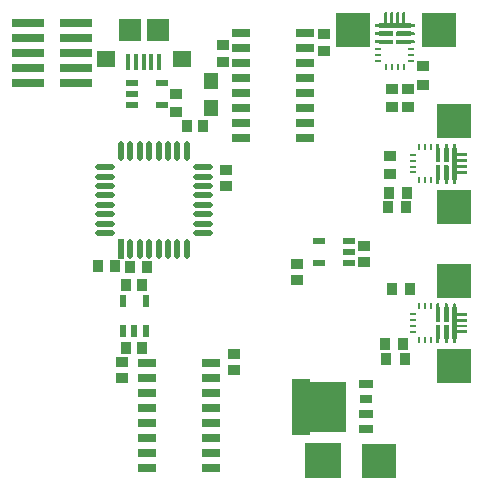
<source format=gbr>
%TF.GenerationSoftware,Altium Limited,Altium Designer,22.10.1 (41)*%
G04 Layer_Color=8421504*
%FSLAX45Y45*%
%MOMM*%
%TF.SameCoordinates,8809E69D-4E27-4A4C-B9B4-EFB0CAEE90D1*%
%TF.FilePolarity,Positive*%
%TF.FileFunction,Paste,Top*%
%TF.Part,Single*%
G01*
G75*
%TA.AperFunction,ConnectorPad*%
%ADD11R,2.79000X0.74000*%
%TA.AperFunction,SMDPad,CuDef*%
%ADD12R,1.00000X0.88900*%
%ADD13R,1.27000X1.39700*%
%ADD14R,1.15000X0.70000*%
%ADD15R,1.00000X0.70000*%
%ADD16R,1.50000X4.70000*%
%ADD17R,3.10000X4.20000*%
%ADD18R,0.81000X0.99000*%
%TA.AperFunction,SMDPad,SMDef*%
%ADD20R,0.60000X0.25000*%
%ADD21R,0.25000X0.60000*%
%ADD25R,0.25000X0.60000*%
%ADD28R,0.60000X0.25000*%
%TA.AperFunction,SMDPad,CuDef*%
%ADD29R,3.00000X3.00000*%
%ADD30R,1.52500X0.65000*%
%ADD31R,1.01600X0.60000*%
%ADD32R,0.60000X1.01600*%
%ADD33R,0.99000X0.81000*%
%ADD34R,3.00000X3.00000*%
G04:AMPARAMS|DCode=35|XSize=0.52583mm|YSize=1.65524mm|CornerRadius=0.26292mm|HoleSize=0mm|Usage=FLASHONLY|Rotation=90.000|XOffset=0mm|YOffset=0mm|HoleType=Round|Shape=RoundedRectangle|*
%AMROUNDEDRECTD35*
21,1,0.52583,1.12941,0,0,90.0*
21,1,0.00000,1.65524,0,0,90.0*
1,1,0.52583,0.56470,0.00000*
1,1,0.52583,0.56470,0.00000*
1,1,0.52583,-0.56470,0.00000*
1,1,0.52583,-0.56470,0.00000*
%
%ADD35ROUNDEDRECTD35*%
G04:AMPARAMS|DCode=36|XSize=1.65524mm|YSize=0.52583mm|CornerRadius=0.26292mm|HoleSize=0mm|Usage=FLASHONLY|Rotation=90.000|XOffset=0mm|YOffset=0mm|HoleType=Round|Shape=RoundedRectangle|*
%AMROUNDEDRECTD36*
21,1,1.65524,0.00000,0,0,90.0*
21,1,1.12941,0.52583,0,0,90.0*
1,1,0.52583,0.00000,0.56470*
1,1,0.52583,0.00000,-0.56470*
1,1,0.52583,0.00000,-0.56470*
1,1,0.52583,0.00000,0.56470*
%
%ADD36ROUNDEDRECTD36*%
%ADD37R,0.52583X1.65524*%
%ADD39R,0.88900X1.00000*%
%ADD40R,1.90000X1.90000*%
%TA.AperFunction,ConnectorPad*%
%ADD41R,1.60000X1.40000*%
%ADD42R,0.40000X1.35000*%
G36*
X3437500Y3990000D02*
Y3905000D01*
X3485000D01*
Y3897500D01*
X3515000D01*
X3520000Y3892500D01*
Y3877500D01*
X3515000Y3872500D01*
X3485000D01*
Y3865000D01*
X3215000D01*
Y3872500D01*
X3185000Y3872500D01*
X3180000Y3877500D01*
Y3892500D01*
X3185000Y3897500D01*
X3215000D01*
Y3905000D01*
X3262500D01*
Y3990000D01*
X3267500Y3995000D01*
X3282500D01*
X3287500Y3990000D01*
Y3905000D01*
X3312500D01*
Y3990000D01*
X3317500Y3995000D01*
X3332500D01*
X3337500Y3990000D01*
Y3905000D01*
X3362500D01*
Y3990000D01*
X3367500Y3995000D01*
X3382500D01*
X3387500Y3990000D01*
Y3905000D01*
X3412500D01*
Y3990000D01*
X3417500Y3995000D01*
X3432500D01*
X3437500Y3990000D01*
D02*
G37*
G36*
X3484998Y3827502D02*
X3514998D01*
X3519998Y3822502D01*
Y3807502D01*
X3514998Y3802502D01*
X3484998Y3802502D01*
Y3795002D01*
X3367498D01*
X3362497Y3800002D01*
X3362498Y3830002D01*
X3367497Y3835002D01*
X3484998D01*
Y3827502D01*
D02*
G37*
G36*
X3337500Y3829998D02*
X3337500Y3799998D01*
X3332500Y3794999D01*
X3215000D01*
Y3802499D01*
X3185000D01*
X3180000Y3807499D01*
Y3822499D01*
X3185000Y3827498D01*
X3215000Y3827499D01*
Y3834998D01*
X3332500D01*
X3337500Y3829998D01*
D02*
G37*
G36*
X3485000Y3757500D02*
X3515000Y3757500D01*
X3520000Y3752500D01*
Y3737500D01*
X3515000Y3732500D01*
X3485000Y3732500D01*
Y3725000D01*
X3367500D01*
X3362500Y3730000D01*
X3362500Y3760000D01*
X3367500Y3765000D01*
X3485000D01*
Y3757500D01*
D02*
G37*
G36*
X3332500Y3764997D02*
X3337500Y3759997D01*
X3337500Y3729997D01*
X3332500Y3724997D01*
X3215000D01*
Y3732497D01*
X3185000D01*
X3180000Y3737497D01*
Y3752497D01*
X3185000Y3757497D01*
X3215000D01*
Y3764997D01*
X3332500Y3764997D01*
D02*
G37*
G36*
X3797498Y2879840D02*
X3797498Y2849840D01*
X3804998D01*
Y2732340D01*
X3799998Y2727339D01*
X3769998Y2727340D01*
X3764998Y2732339D01*
Y2849840D01*
X3772498D01*
Y2879840D01*
X3777498Y2884840D01*
X3792498D01*
X3797498Y2879840D01*
D02*
G37*
G36*
X3727497D02*
Y2849840D01*
X3734997D01*
X3734997Y2732340D01*
X3729997Y2727339D01*
X3699997Y2727340D01*
X3694997Y2732339D01*
Y2849840D01*
X3702497D01*
Y2879840D01*
X3707497Y2884840D01*
X3722497D01*
X3727497Y2879840D01*
D02*
G37*
G36*
X3800002Y2702342D02*
X3805002Y2697342D01*
Y2579842D01*
X3797501D01*
Y2549842D01*
X3792501Y2544842D01*
X3777501D01*
X3772502Y2549842D01*
X3772501Y2579842D01*
X3765002D01*
Y2697342D01*
X3770002Y2702342D01*
X3800002Y2702342D01*
D02*
G37*
G36*
X3867500Y2879840D02*
Y2849840D01*
X3875000D01*
Y2802340D01*
X3960000D01*
X3965000Y2797340D01*
Y2782340D01*
X3960000Y2777340D01*
X3875000D01*
Y2752340D01*
X3960000D01*
X3965000Y2747340D01*
Y2732340D01*
X3960000Y2727340D01*
X3875000D01*
Y2702340D01*
X3960000D01*
X3965000Y2697340D01*
Y2682340D01*
X3960000Y2677340D01*
X3875000D01*
Y2652340D01*
X3960000D01*
X3965000Y2647340D01*
Y2632340D01*
X3960000Y2627340D01*
X3875000D01*
Y2579840D01*
X3867500D01*
Y2549840D01*
X3862500Y2544840D01*
X3847500D01*
X3842500Y2549840D01*
Y2579840D01*
X3835000D01*
Y2849840D01*
X3842500D01*
X3842500Y2879840D01*
X3847500Y2884840D01*
X3862500D01*
X3867500Y2879840D01*
D02*
G37*
G36*
X3730000Y2702340D02*
X3735000Y2697340D01*
Y2579840D01*
X3727500D01*
X3727500Y2549840D01*
X3722500Y2544840D01*
X3707500D01*
X3702500Y2549840D01*
X3702500Y2579840D01*
X3695000D01*
Y2697340D01*
X3700000Y2702340D01*
X3730000Y2702340D01*
D02*
G37*
G36*
X3797498Y1529839D02*
X3797499Y1499840D01*
X3804998D01*
Y1382340D01*
X3799998Y1377339D01*
X3769999Y1377340D01*
X3764999Y1382339D01*
Y1499840D01*
X3772499D01*
Y1529839D01*
X3777499Y1534839D01*
X3792499D01*
X3797498Y1529839D01*
D02*
G37*
G36*
X3727497D02*
Y1499840D01*
X3734997D01*
X3734997Y1382340D01*
X3729997Y1377339D01*
X3699997Y1377340D01*
X3694997Y1382339D01*
Y1499840D01*
X3702497D01*
Y1529839D01*
X3707497Y1534839D01*
X3722497D01*
X3727497Y1529839D01*
D02*
G37*
G36*
X3800002Y1352342D02*
X3805002Y1347342D01*
Y1229842D01*
X3797502D01*
Y1199842D01*
X3792502Y1194842D01*
X3777502D01*
X3772502Y1199842D01*
X3772502Y1229842D01*
X3765002D01*
Y1347342D01*
X3770002Y1352342D01*
X3800002Y1352342D01*
D02*
G37*
G36*
X3867500Y1529839D02*
Y1499840D01*
X3875000D01*
Y1452339D01*
X3960000D01*
X3965000Y1447339D01*
Y1432340D01*
X3960000Y1427340D01*
X3875000D01*
Y1402340D01*
X3960000D01*
X3965000Y1397340D01*
Y1382340D01*
X3960000Y1377340D01*
X3875000D01*
Y1352339D01*
X3960000D01*
X3965000Y1347339D01*
Y1332339D01*
X3960000Y1327339D01*
X3875000D01*
Y1302340D01*
X3960000D01*
X3965000Y1297340D01*
Y1282340D01*
X3960000Y1277340D01*
X3875000D01*
Y1229840D01*
X3867500D01*
Y1199840D01*
X3862500Y1194840D01*
X3847500D01*
X3842500Y1199840D01*
Y1229840D01*
X3835000D01*
Y1499840D01*
X3842500D01*
X3842500Y1529839D01*
X3847500Y1534839D01*
X3862500D01*
X3867500Y1529839D01*
D02*
G37*
G36*
X3730000Y1352339D02*
X3735000Y1347340D01*
Y1229840D01*
X3727500D01*
X3727500Y1199840D01*
X3722500Y1194840D01*
X3707500D01*
X3702500Y1199840D01*
X3702500Y1229840D01*
X3695000D01*
Y1347339D01*
X3700000Y1352340D01*
X3730000Y1352339D01*
D02*
G37*
G36*
X2892499Y50000D02*
X2592499D01*
Y350000D01*
X2892499D01*
Y50000D01*
D02*
G37*
D11*
X651500Y3526998D02*
D03*
Y3780998D02*
D03*
Y3907998D02*
D03*
Y3653998D02*
D03*
Y3399998D02*
D03*
X244500Y3526998D02*
D03*
Y3780998D02*
D03*
Y3907998D02*
D03*
Y3653998D02*
D03*
Y3399998D02*
D03*
D12*
X1500000Y3150000D02*
D03*
Y3304940D02*
D03*
X3592500Y3382500D02*
D03*
Y3537440D02*
D03*
X3465000Y3195060D02*
D03*
Y3350000D02*
D03*
X3330000Y3192500D02*
D03*
Y3347440D02*
D03*
X3310001Y2777439D02*
D03*
Y2622499D02*
D03*
D13*
X1795000Y3416100D02*
D03*
Y3187500D02*
D03*
D14*
X3102498Y464500D02*
D03*
Y591500D02*
D03*
Y845500D02*
D03*
D15*
Y718500D02*
D03*
D16*
X2555001Y655000D02*
D03*
D17*
X2784998D02*
D03*
D18*
X1212998Y1157500D02*
D03*
X1075000D02*
D03*
X1210000Y1690000D02*
D03*
X1072002D02*
D03*
X1110000Y1840000D02*
D03*
X1248003D02*
D03*
X977742Y1849996D02*
D03*
X839743D02*
D03*
X1590000Y3030000D02*
D03*
X1727998D02*
D03*
D20*
X3490001Y3637498D02*
D03*
Y3587501D02*
D03*
Y3687501D02*
D03*
X3210001D02*
D03*
Y3587501D02*
D03*
Y3637498D02*
D03*
D21*
X3425002Y3534999D02*
D03*
X3275000D02*
D03*
X3375000D02*
D03*
X3325002D02*
D03*
D25*
X3657498Y1504838D02*
D03*
X3607501D02*
D03*
X3657498Y1224839D02*
D03*
X3607501D02*
D03*
X3557499Y1504838D02*
D03*
Y1224839D02*
D03*
Y2574839D02*
D03*
X3607501D02*
D03*
X3657498D02*
D03*
Y2854838D02*
D03*
X3607501D02*
D03*
X3557499D02*
D03*
D28*
X3505002Y1439840D02*
D03*
Y1339840D02*
D03*
Y1389837D02*
D03*
Y1289837D02*
D03*
Y2789839D02*
D03*
Y2739842D02*
D03*
Y2689840D02*
D03*
Y2639837D02*
D03*
D29*
X3850000Y2349998D02*
D03*
X3847501Y1722501D02*
D03*
X3850000Y999998D02*
D03*
Y3075000D02*
D03*
D30*
X2588981Y3692098D02*
D03*
Y3565098D02*
D03*
Y3819098D02*
D03*
Y3311098D02*
D03*
Y3438098D02*
D03*
Y3184098D02*
D03*
Y2930098D02*
D03*
Y3057098D02*
D03*
X2046580Y3311098D02*
D03*
Y3438098D02*
D03*
Y3819098D02*
D03*
Y3565098D02*
D03*
Y3692098D02*
D03*
Y2930098D02*
D03*
Y3057098D02*
D03*
Y3184098D02*
D03*
X1250000Y391998D02*
D03*
Y264998D02*
D03*
Y137998D02*
D03*
Y899998D02*
D03*
Y772998D02*
D03*
Y1026998D02*
D03*
Y645998D02*
D03*
Y518998D02*
D03*
X1792402Y264998D02*
D03*
Y137998D02*
D03*
Y391998D02*
D03*
Y645998D02*
D03*
Y518998D02*
D03*
Y1026998D02*
D03*
Y772998D02*
D03*
Y899998D02*
D03*
D31*
X2710000Y1870000D02*
D03*
Y2060000D02*
D03*
X2960000D02*
D03*
Y1965000D02*
D03*
Y1870000D02*
D03*
X1125002Y3399998D02*
D03*
Y3305002D02*
D03*
Y3210001D02*
D03*
X1374999D02*
D03*
Y3399998D02*
D03*
D32*
X1050000Y1550000D02*
D03*
X1240000D02*
D03*
Y1300000D02*
D03*
X1145000D02*
D03*
X1050000D02*
D03*
D33*
X2750000Y3810000D02*
D03*
Y3671997D02*
D03*
X1985000Y1102500D02*
D03*
Y964497D02*
D03*
X1896949Y3577104D02*
D03*
Y3715108D02*
D03*
X3090000Y2017998D02*
D03*
Y1880000D02*
D03*
X1925000Y2663002D02*
D03*
Y2524999D02*
D03*
X2520000Y1868003D02*
D03*
Y1730000D02*
D03*
X1039998Y1038001D02*
D03*
Y899998D02*
D03*
D34*
X2999999Y3850000D02*
D03*
X3725000D02*
D03*
X3215000Y200000D02*
D03*
D35*
X897449Y2124954D02*
D03*
Y2204954D02*
D03*
Y2284954D02*
D03*
Y2364953D02*
D03*
Y2444953D02*
D03*
Y2524953D02*
D03*
Y2604953D02*
D03*
Y2684953D02*
D03*
X1722547D02*
D03*
Y2604953D02*
D03*
Y2524953D02*
D03*
Y2444953D02*
D03*
Y2364953D02*
D03*
Y2284954D02*
D03*
Y2204954D02*
D03*
Y2124954D02*
D03*
D36*
X1029996Y2817500D02*
D03*
X1109996D02*
D03*
X1189996D02*
D03*
X1270001D02*
D03*
X1350001D02*
D03*
X1430000D02*
D03*
X1510000D02*
D03*
X1590000D02*
D03*
Y1992406D02*
D03*
X1510000D02*
D03*
X1430000D02*
D03*
X1350001D02*
D03*
X1270001D02*
D03*
X1189996D02*
D03*
X1109996D02*
D03*
D37*
X1029996D02*
D03*
D39*
X3420000Y1190000D02*
D03*
X3265060D02*
D03*
X3432439Y1062502D02*
D03*
X3277499D02*
D03*
X3477499Y1654998D02*
D03*
X3322559D02*
D03*
X3292560Y2345000D02*
D03*
X3447500D02*
D03*
X3452500Y2469998D02*
D03*
X3297560D02*
D03*
D40*
X1105002Y3842502D02*
D03*
X1345001D02*
D03*
D41*
X905002Y3597499D02*
D03*
X1545001D02*
D03*
D42*
X1094999Y3574999D02*
D03*
X1159998D02*
D03*
X1225001D02*
D03*
X1290000D02*
D03*
X1354999D02*
D03*
%TF.MD5,1068a2f1e16d515a420b422852b3950e*%
M02*

</source>
